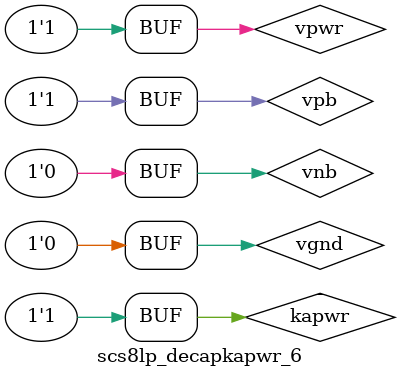
<source format=v>
`celldefine
`timescale 1ns / 1ps

module scs8lp_decapkapwr_6  (

`ifdef SC_USE_PG_PIN
input kapwr,
input vpwr,
input vgnd,
input vpb,
input vnb
`endif

);

`ifdef functional
`else
`ifdef SC_USE_PG_PIN
`else
supply1 kapwr;
supply1 vpwr;
supply0 vgnd;
supply1 vpb;
supply0 vnb;
`endif
`endif

endmodule
`endcelldefine

</source>
